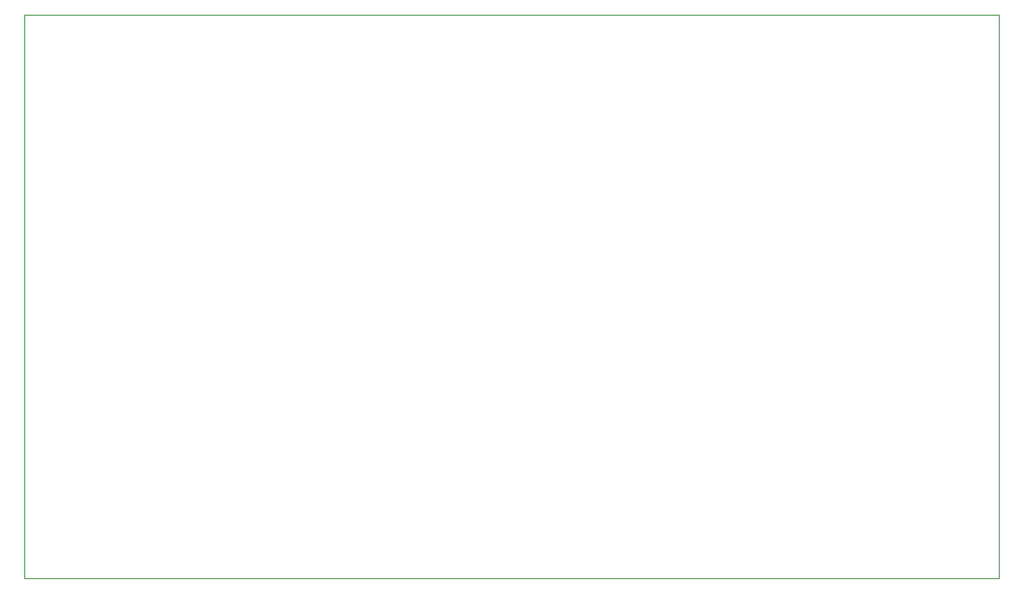
<source format=gbr>
G04 #@! TF.GenerationSoftware,KiCad,Pcbnew,(5.1.6)-1*
G04 #@! TF.CreationDate,2020-05-22T14:13:29+02:00*
G04 #@! TF.ProjectId,rect4,72656374-342e-46b6-9963-61645f706362,rev?*
G04 #@! TF.SameCoordinates,PX17d7840PYaba9500*
G04 #@! TF.FileFunction,Paste,Top*
G04 #@! TF.FilePolarity,Positive*
%FSLAX46Y46*%
G04 Gerber Fmt 4.6, Leading zero omitted, Abs format (unit mm)*
G04 Created by KiCad (PCBNEW (5.1.6)-1) date 2020-05-22 14:13:29*
%MOMM*%
%LPD*%
G01*
G04 APERTURE LIST*
G04 #@! TA.AperFunction,Profile*
%ADD10C,0.050000*%
G04 #@! TD*
G04 APERTURE END LIST*
D10*
X0Y55000000D02*
X95000000Y55000000D01*
X0Y0D02*
X0Y55000000D01*
X5000000Y0D02*
X0Y0D01*
X95000000Y0D02*
X95000000Y55000000D01*
X5000000Y0D02*
X95000000Y0D01*
M02*

</source>
